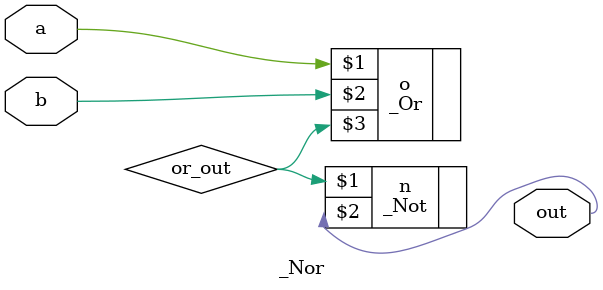
<source format=v>
module _Nor(
    input a, b,
    output out
);
    wire or_out;
    _Or o(a, b, or_out);
    _Not n(or_out, out);
endmodule
</source>
